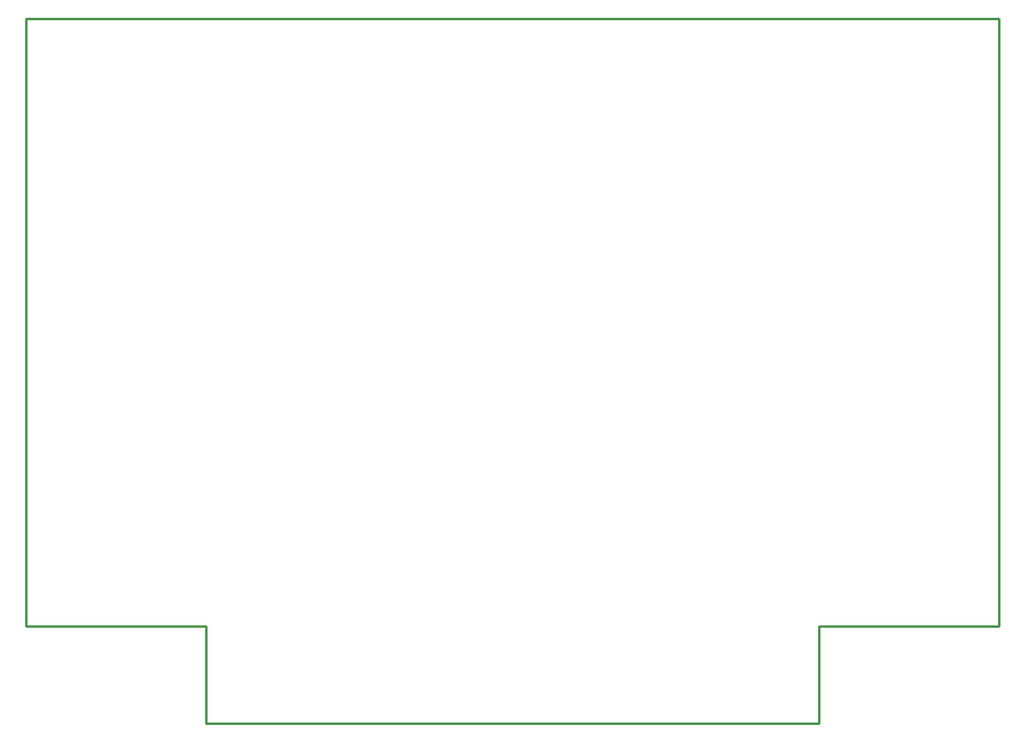
<source format=gbr>
G04 start of page 4 for group 2 idx 2 *
G04 Title: (unknown), outline *
G04 Creator: pcb 20140316 *
G04 CreationDate: Thu 20 Aug 2020 03:11:42 AM GMT UTC *
G04 For: railfan *
G04 Format: Gerber/RS-274X *
G04 PCB-Dimensions (mil): 4000.00 2900.00 *
G04 PCB-Coordinate-Origin: lower left *
%MOIN*%
%FSLAX25Y25*%
%LNOUTLINE*%
%ADD69C,0.0100*%
G54D69*X326000Y0D02*Y40000D01*
X400000D01*
Y290000D01*
X0D01*
Y40000D01*
X74000D01*
Y0D01*
X326000D01*
M02*

</source>
